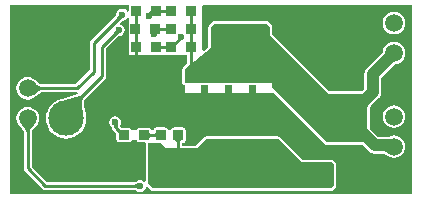
<source format=gbl>
G04*
G04 #@! TF.GenerationSoftware,Altium Limited,Altium Designer,20.0.7 (75)*
G04*
G04 Layer_Physical_Order=2*
G04 Layer_Color=16711680*
%FSLAX44Y44*%
%MOMM*%
G71*
G01*
G75*
%ADD11C,0.1500*%
%ADD12C,0.2540*%
G04:AMPARAMS|DCode=19|XSize=0.95mm|YSize=1.4mm|CornerRadius=0.0712mm|HoleSize=0mm|Usage=FLASHONLY|Rotation=90.000|XOffset=0mm|YOffset=0mm|HoleType=Round|Shape=RoundedRectangle|*
%AMROUNDEDRECTD19*
21,1,0.9500,1.2575,0,0,90.0*
21,1,0.8075,1.4000,0,0,90.0*
1,1,0.1425,0.6288,0.4037*
1,1,0.1425,0.6288,-0.4037*
1,1,0.1425,-0.6288,-0.4037*
1,1,0.1425,-0.6288,0.4037*
%
%ADD19ROUNDEDRECTD19*%
G04:AMPARAMS|DCode=22|XSize=0.8mm|YSize=0.9mm|CornerRadius=0.06mm|HoleSize=0mm|Usage=FLASHONLY|Rotation=180.000|XOffset=0mm|YOffset=0mm|HoleType=Round|Shape=RoundedRectangle|*
%AMROUNDEDRECTD22*
21,1,0.8000,0.7800,0,0,180.0*
21,1,0.6800,0.9000,0,0,180.0*
1,1,0.1200,-0.3400,0.3900*
1,1,0.1200,0.3400,0.3900*
1,1,0.1200,0.3400,-0.3900*
1,1,0.1200,-0.3400,-0.3900*
%
%ADD22ROUNDEDRECTD22*%
G04:AMPARAMS|DCode=23|XSize=0.9mm|YSize=0.8mm|CornerRadius=0.06mm|HoleSize=0mm|Usage=FLASHONLY|Rotation=0.000|XOffset=0mm|YOffset=0mm|HoleType=Round|Shape=RoundedRectangle|*
%AMROUNDEDRECTD23*
21,1,0.9000,0.6800,0,0,0.0*
21,1,0.7800,0.8000,0,0,0.0*
1,1,0.1200,0.3900,-0.3400*
1,1,0.1200,-0.3900,-0.3400*
1,1,0.1200,-0.3900,0.3400*
1,1,0.1200,0.3900,0.3400*
%
%ADD23ROUNDEDRECTD23*%
%ADD37C,1.0000*%
%ADD39C,3.0000*%
%ADD40R,3.0000X3.0000*%
%ADD41C,1.5000*%
%ADD42R,1.5000X1.5000*%
%ADD43C,0.6000*%
%ADD44C,0.2500*%
G36*
X339000Y0D02*
X-1000D01*
Y160000D01*
X99506D01*
X99711Y159750D01*
Y154739D01*
X98441Y154354D01*
X97605Y155605D01*
X95951Y156710D01*
X94000Y157098D01*
X92049Y156710D01*
X90395Y155605D01*
X89290Y153951D01*
X88902Y152000D01*
X88938Y151820D01*
X88923Y151776D01*
X88894Y151707D01*
X88849Y151623D01*
X88786Y151524D01*
X88721Y151436D01*
X67642Y130358D01*
X66920Y129276D01*
X66666Y128000D01*
Y105257D01*
X54343Y92934D01*
X25636D01*
X25326Y93000D01*
X24945Y93128D01*
X24501Y93329D01*
X23999Y93609D01*
X23446Y93973D01*
X22866Y94407D01*
X21511Y95590D01*
X20968Y96124D01*
X20775Y96375D01*
X18791Y97898D01*
X16480Y98855D01*
X14000Y99182D01*
X11520Y98855D01*
X9209Y97898D01*
X7225Y96375D01*
X5702Y94391D01*
X4744Y92080D01*
X4418Y89600D01*
X4744Y87120D01*
X5702Y84809D01*
X7225Y82824D01*
X9209Y81302D01*
X11520Y80344D01*
X14000Y80018D01*
X16480Y80344D01*
X18791Y81302D01*
X20775Y82824D01*
X20968Y83076D01*
X21511Y83610D01*
X22866Y84793D01*
X23446Y85227D01*
X23999Y85591D01*
X24501Y85871D01*
X24945Y86072D01*
X25326Y86200D01*
X25636Y86266D01*
X55724D01*
X56675Y85160D01*
X56627Y85020D01*
X45155Y81433D01*
X43312Y80968D01*
X43167Y80954D01*
X42737Y80823D01*
X42400Y80738D01*
X42394Y80736D01*
X42388Y80736D01*
X42288Y80687D01*
X39963Y79982D01*
X37010Y78403D01*
X34421Y76279D01*
X32297Y73690D01*
X30718Y70737D01*
X29746Y67533D01*
X29418Y64200D01*
X29746Y60867D01*
X30718Y57663D01*
X32297Y54710D01*
X34421Y52121D01*
X37010Y49997D01*
X39963Y48418D01*
X43167Y47446D01*
X46500Y47118D01*
X49833Y47446D01*
X53037Y48418D01*
X55990Y49997D01*
X58579Y52121D01*
X60703Y54710D01*
X62282Y57663D01*
X63254Y60867D01*
X63582Y64200D01*
X63254Y67533D01*
X62971Y68466D01*
X62965Y68583D01*
X62445Y70686D01*
X62064Y72584D01*
X61812Y74311D01*
X61686Y75863D01*
X61679Y77233D01*
X61785Y78416D01*
X61989Y79406D01*
X62273Y80209D01*
X62619Y80838D01*
X62923Y81208D01*
X79358Y97642D01*
X80080Y98724D01*
X80334Y100000D01*
Y123619D01*
X90436Y133721D01*
X90524Y133786D01*
X90624Y133849D01*
X90707Y133894D01*
X90776Y133924D01*
X90820Y133938D01*
X91000Y133902D01*
X92951Y134290D01*
X94605Y135395D01*
X95710Y137049D01*
X96098Y139000D01*
X95710Y140951D01*
X94605Y142605D01*
X92951Y143710D01*
X92342Y143831D01*
X91924Y145209D01*
X93436Y146721D01*
X93524Y146786D01*
X93624Y146849D01*
X93707Y146894D01*
X93776Y146924D01*
X93820Y146938D01*
X94000Y146902D01*
X95951Y147290D01*
X97605Y148395D01*
X98441Y149646D01*
X99711Y149261D01*
Y119750D01*
X99866Y118970D01*
X100308Y118308D01*
X100970Y117866D01*
X101750Y117711D01*
X149186D01*
Y110345D01*
X145768Y107587D01*
X145697Y107503D01*
X145606Y107442D01*
X145444Y107200D01*
X145258Y106976D01*
X145225Y106872D01*
X145164Y106780D01*
X145107Y106495D01*
X145021Y106217D01*
X145030Y106108D01*
X145009Y106000D01*
Y103600D01*
X144947Y103287D01*
Y95212D01*
X145009Y94900D01*
Y94500D01*
X145164Y93720D01*
X145606Y93058D01*
X146268Y92616D01*
X147000Y92470D01*
Y85500D01*
X161000D01*
Y92461D01*
X167000Y92461D01*
Y85500D01*
X181000D01*
Y92461D01*
X187000D01*
Y85500D01*
X201000D01*
Y92461D01*
X207000D01*
Y85500D01*
X221000D01*
Y85500D01*
X222143Y85973D01*
X265558Y42558D01*
X266220Y42116D01*
X267000Y41961D01*
X297054Y41961D01*
X302651Y36364D01*
X304113Y35242D01*
X305816Y34537D01*
X307643Y34296D01*
X314787D01*
X316450Y34204D01*
X316774Y34165D01*
X316815Y34158D01*
X317225Y33624D01*
X319209Y32102D01*
X321520Y31144D01*
X324000Y30818D01*
X326480Y31144D01*
X328791Y32102D01*
X330775Y33624D01*
X332298Y35609D01*
X333255Y37920D01*
X333582Y40400D01*
X333255Y42880D01*
X332298Y45191D01*
X330775Y47175D01*
X328791Y48698D01*
X326480Y49655D01*
X324000Y49982D01*
X321520Y49655D01*
X319209Y48698D01*
X318843Y48417D01*
X310568D01*
X305244Y53741D01*
X304759Y54264D01*
X304014Y55209D01*
X303539Y55922D01*
X303539Y73389D01*
X303769Y73738D01*
X304509Y74683D01*
X305006Y75221D01*
X310992Y81208D01*
X312115Y82670D01*
X312820Y84373D01*
X313060Y86200D01*
Y98676D01*
X323013Y108628D01*
X324237Y109797D01*
X324586Y110096D01*
X326480Y110345D01*
X328791Y111303D01*
X330776Y112825D01*
X332299Y114810D01*
X333256Y117121D01*
X333582Y119601D01*
X333256Y122081D01*
X332299Y124392D01*
X330776Y126376D01*
X328791Y127899D01*
X326480Y128856D01*
X324000Y129183D01*
X321520Y128856D01*
X319209Y127899D01*
X317225Y126376D01*
X315702Y124392D01*
X314745Y122081D01*
X314520Y120373D01*
X312119Y117704D01*
X301008Y106593D01*
X299886Y105131D01*
X299180Y103428D01*
X298940Y101600D01*
Y89124D01*
X296854Y87039D01*
X269345Y87039D01*
X221039Y135345D01*
X221039Y142000D01*
X220884Y142780D01*
X220442Y143442D01*
X220442Y143442D01*
X217942Y145942D01*
X217280Y146384D01*
X216500Y146539D01*
X171500Y146539D01*
X171500Y146539D01*
X170720Y146384D01*
X170058Y145942D01*
X167558Y143442D01*
X167116Y142780D01*
X166961Y142000D01*
X166961Y124688D01*
X162935Y121439D01*
X161789Y121987D01*
Y159750D01*
X161994Y160000D01*
X339000D01*
Y0D01*
D02*
G37*
G36*
X93970Y149000D02*
X93738Y148991D01*
X93507Y148960D01*
X93278Y148907D01*
X93049Y148831D01*
X92822Y148733D01*
X92596Y148612D01*
X92371Y148470D01*
X92148Y148305D01*
X91925Y148117D01*
X91703Y147907D01*
X89907Y149703D01*
X90117Y149925D01*
X90304Y150147D01*
X90470Y150371D01*
X90612Y150596D01*
X90733Y150822D01*
X90831Y151049D01*
X90907Y151278D01*
X90960Y151507D01*
X90991Y151738D01*
X91000Y151970D01*
X93970Y149000D01*
D02*
G37*
G36*
X90970Y136000D02*
X90738Y135991D01*
X90507Y135960D01*
X90278Y135907D01*
X90049Y135831D01*
X89822Y135733D01*
X89596Y135612D01*
X89371Y135470D01*
X89148Y135304D01*
X88925Y135117D01*
X88703Y134907D01*
X86907Y136703D01*
X87117Y136925D01*
X87304Y137148D01*
X87470Y137371D01*
X87612Y137596D01*
X87733Y137822D01*
X87831Y138049D01*
X87907Y138278D01*
X87960Y138507D01*
X87991Y138738D01*
X88000Y138970D01*
X90970Y136000D01*
D02*
G37*
G36*
X323925Y112101D02*
X323827Y112070D01*
X323672Y111975D01*
X323461Y111817D01*
X322869Y111310D01*
X321008Y109534D01*
X320401Y108930D01*
X313330Y116002D01*
X316501Y119526D01*
X323925Y112101D01*
D02*
G37*
G36*
X20124Y94094D02*
X21583Y92820D01*
X22274Y92303D01*
X22941Y91865D01*
X23582Y91507D01*
X24197Y91228D01*
X24787Y91029D01*
X25352Y90910D01*
X25892Y90870D01*
Y88330D01*
X25352Y88290D01*
X24787Y88171D01*
X24197Y87972D01*
X23582Y87693D01*
X22941Y87335D01*
X22274Y86897D01*
X21583Y86380D01*
X20124Y85106D01*
X19356Y84350D01*
Y94850D01*
X20124Y94094D01*
D02*
G37*
G36*
X61573Y82777D02*
X60924Y81987D01*
X60406Y81046D01*
X60019Y79955D01*
X59764Y78713D01*
X59640Y77319D01*
X59647Y75776D01*
X59785Y74081D01*
X60054Y72236D01*
X60455Y70240D01*
X60986Y68093D01*
X42898Y78761D01*
X45709Y79469D01*
X58108Y83347D01*
X58840Y83747D01*
X59311Y84108D01*
X61573Y82777D01*
D02*
G37*
G36*
X216500Y144500D02*
X219000Y142000D01*
X219000Y134500D01*
X268500Y85000D01*
X298000Y85000D01*
X301500Y81500D01*
Y79428D01*
X303899Y77028D01*
X302955Y76006D01*
X302111Y74929D01*
X301500Y73998D01*
X301500Y55338D01*
X301610Y55139D01*
X302362Y54011D01*
X303208Y52938D01*
X304149Y51922D01*
X301500Y49052D01*
Y46500D01*
X299000Y44000D01*
X267000Y44000D01*
X221000Y90000D01*
Y94500D01*
X207000D01*
Y94500D01*
X201000D01*
Y94500D01*
X187000D01*
Y94500D01*
X181000D01*
Y94500D01*
X167000D01*
Y94500D01*
X161000Y94500D01*
Y94500D01*
X147048D01*
Y106000D01*
X169000Y123713D01*
X169000Y142000D01*
X171500Y144500D01*
X216500Y144500D01*
D02*
G37*
G36*
X319357Y46290D02*
X318018Y35876D01*
X317904Y35967D01*
X317708Y36049D01*
X317430Y36121D01*
X317070Y36184D01*
X316628Y36237D01*
X314807Y36337D01*
X313183Y36357D01*
X314943Y46357D01*
X319357Y46290D01*
D02*
G37*
%LPC*%
G36*
X324000Y154582D02*
X321520Y154255D01*
X319209Y153298D01*
X317225Y151775D01*
X315702Y149791D01*
X314744Y147480D01*
X314418Y145000D01*
X314744Y142520D01*
X315702Y140209D01*
X317225Y138224D01*
X319209Y136702D01*
X321520Y135744D01*
X324000Y135418D01*
X326480Y135744D01*
X328791Y136702D01*
X330775Y138224D01*
X332298Y140209D01*
X333255Y142520D01*
X333582Y145000D01*
X333255Y147480D01*
X332298Y149791D01*
X330775Y151775D01*
X328791Y153298D01*
X326480Y154255D01*
X324000Y154582D01*
D02*
G37*
G36*
X324000Y75381D02*
X321520Y75055D01*
X319209Y74097D01*
X317224Y72575D01*
X315701Y70590D01*
X314744Y68279D01*
X314418Y65799D01*
X314744Y63319D01*
X315701Y61008D01*
X317224Y59024D01*
X319209Y57501D01*
X321520Y56544D01*
X324000Y56217D01*
X326480Y56544D01*
X328791Y57501D01*
X330775Y59024D01*
X332298Y61008D01*
X333255Y63319D01*
X333582Y65799D01*
X333255Y68279D01*
X332298Y70590D01*
X330775Y72575D01*
X328791Y74097D01*
X326480Y75055D01*
X324000Y75381D01*
D02*
G37*
G36*
X14000Y73783D02*
X11520Y73456D01*
X9209Y72499D01*
X7225Y70976D01*
X5702Y68992D01*
X4745Y66681D01*
X4418Y64201D01*
X4745Y61721D01*
X5702Y59410D01*
X7225Y57425D01*
X7476Y57233D01*
X8011Y56690D01*
X9193Y55335D01*
X9628Y54755D01*
X9991Y54201D01*
X10271Y53700D01*
X10472Y53256D01*
X10601Y52875D01*
X10666Y52565D01*
Y22000D01*
X10920Y20724D01*
X11643Y19642D01*
X26642Y4642D01*
X27724Y3920D01*
X29000Y3666D01*
X104869D01*
X104977Y3650D01*
X105091Y3624D01*
X105182Y3596D01*
X105252Y3569D01*
X105293Y3548D01*
X105395Y3395D01*
X107049Y2290D01*
X109000Y1902D01*
X110951Y2290D01*
X112605Y3395D01*
X113710Y5049D01*
X113969Y6351D01*
X115338Y6778D01*
X118558Y3558D01*
X118558Y3558D01*
X119220Y3116D01*
X119220Y3116D01*
X119647Y3031D01*
X120000Y2961D01*
X215000Y2961D01*
X215000Y2961D01*
X271000Y2961D01*
X271000Y2961D01*
X271780Y3116D01*
X272442Y3558D01*
X272442Y3558D01*
X274442Y5558D01*
X274884Y6220D01*
X275039Y7000D01*
X275039Y26000D01*
X275039Y26000D01*
X274884Y26780D01*
X274442Y27442D01*
X274442Y27442D01*
X273442Y28442D01*
X272780Y28884D01*
X272000Y29039D01*
X246845D01*
X227442Y48442D01*
X226780Y48884D01*
X226000Y49039D01*
X165000D01*
X164220Y48884D01*
X163558Y48442D01*
X156155Y41039D01*
X144834D01*
Y43449D01*
X144900D01*
X145914Y43651D01*
X146775Y44226D01*
X147349Y45086D01*
X147551Y46100D01*
Y53900D01*
X147349Y54914D01*
X146775Y55774D01*
X145914Y56349D01*
X144900Y56551D01*
X138100D01*
X137086Y56349D01*
X136226Y55774D01*
X135651Y54914D01*
X135568Y54500D01*
X132432D01*
X132349Y54914D01*
X131775Y55774D01*
X130914Y56349D01*
X129900Y56551D01*
X123100D01*
X122086Y56349D01*
X121226Y55774D01*
X120651Y54914D01*
X120449Y53900D01*
Y53334D01*
X119051D01*
Y53400D01*
X118849Y54415D01*
X118274Y55275D01*
X117415Y55849D01*
X116400Y56051D01*
X108600D01*
X107585Y55849D01*
X106726Y55275D01*
X106151Y54415D01*
X106068Y54000D01*
X101932D01*
X101849Y54415D01*
X101274Y55275D01*
X100414Y55849D01*
X99400Y56051D01*
X93799D01*
X93693Y56125D01*
X93007Y56708D01*
X92026Y57689D01*
X92034Y57750D01*
X92056Y57864D01*
X92083Y57972D01*
X92109Y58052D01*
X92129Y58102D01*
X92141Y58124D01*
X92193Y58207D01*
X92252Y58364D01*
X92710Y59049D01*
X93098Y61000D01*
X92710Y62951D01*
X91605Y64605D01*
X89951Y65710D01*
X88000Y66098D01*
X86049Y65710D01*
X84395Y64605D01*
X83290Y62951D01*
X82902Y61000D01*
X83290Y59049D01*
X84395Y57395D01*
X85268Y56812D01*
X85312Y56768D01*
X85317Y56748D01*
X85328Y56685D01*
Y56338D01*
X85400Y55977D01*
X85402Y55894D01*
X85428Y55834D01*
X85582Y55062D01*
X86305Y53980D01*
X88188Y52097D01*
X88584Y51671D01*
X88859Y51330D01*
X88949Y51201D01*
Y46600D01*
X89151Y45585D01*
X89726Y44725D01*
X90585Y44151D01*
X91600Y43949D01*
X99400D01*
X100414Y44151D01*
X101274Y44725D01*
X101849Y45585D01*
X101932Y46000D01*
X106068D01*
X106151Y45585D01*
X106726Y44725D01*
X107585Y44151D01*
X108600Y43949D01*
X112855D01*
X113961Y43000D01*
X113961Y10861D01*
X112691Y10476D01*
X112605Y10605D01*
X110951Y11710D01*
X109000Y12098D01*
X107049Y11710D01*
X105395Y10605D01*
X105293Y10452D01*
X105252Y10431D01*
X105182Y10404D01*
X105091Y10376D01*
X104977Y10350D01*
X104869Y10334D01*
X30381D01*
X17334Y23381D01*
Y52565D01*
X17400Y52875D01*
X17528Y53256D01*
X17729Y53700D01*
X18010Y54201D01*
X18373Y54755D01*
X18807Y55335D01*
X19990Y56690D01*
X20525Y57233D01*
X20776Y57425D01*
X22299Y59410D01*
X23256Y61721D01*
X23582Y64201D01*
X23256Y66681D01*
X22299Y68992D01*
X20776Y70976D01*
X18791Y72499D01*
X16480Y73456D01*
X14000Y73783D01*
D02*
G37*
%LPD*%
G36*
X90363Y59127D02*
X90272Y58948D01*
X90193Y58752D01*
X90124Y58540D01*
X90065Y58310D01*
X90017Y58063D01*
X89953Y57518D01*
X89937Y57220D01*
X89932Y56905D01*
X87392Y56338D01*
X87383Y56638D01*
X87357Y56918D01*
X87313Y57176D01*
X87251Y57413D01*
X87172Y57629D01*
X87076Y57825D01*
X86961Y57999D01*
X86830Y58152D01*
X86680Y58284D01*
X86513Y58394D01*
X90464Y59288D01*
X90363Y59127D01*
D02*
G37*
G36*
X18494Y58077D02*
X17220Y56618D01*
X16703Y55926D01*
X16265Y55260D01*
X15907Y54619D01*
X15628Y54004D01*
X15430Y53414D01*
X15310Y52849D01*
X15270Y52309D01*
X12730D01*
X12691Y52849D01*
X12571Y53414D01*
X12372Y54004D01*
X12093Y54619D01*
X11735Y55260D01*
X11298Y55926D01*
X10780Y56618D01*
X9507Y58077D01*
X8750Y58845D01*
X19250D01*
X18494Y58077D01*
D02*
G37*
G36*
X91507Y55307D02*
X92445Y54510D01*
X92859Y54220D01*
X93236Y54001D01*
X93577Y53854D01*
X93882Y53780D01*
X94150Y53776D01*
X94381Y53845D01*
X94576Y53986D01*
X91014Y50424D01*
X91155Y50619D01*
X91223Y50851D01*
X91220Y51118D01*
X91146Y51423D01*
X90999Y51764D01*
X90780Y52141D01*
X90490Y52555D01*
X90128Y53006D01*
X89187Y54016D01*
X90984Y55813D01*
X91507Y55307D01*
D02*
G37*
G36*
X122514Y47460D02*
X122488Y47701D01*
X122411Y47917D01*
X122283Y48108D01*
X122103Y48273D01*
X121871Y48412D01*
X121589Y48527D01*
X121255Y48616D01*
X120869Y48679D01*
X120432Y48717D01*
X119944Y48730D01*
Y51270D01*
X120432Y51283D01*
X120869Y51321D01*
X121255Y51384D01*
X121589Y51473D01*
X121871Y51588D01*
X122103Y51727D01*
X122283Y51892D01*
X122411Y52083D01*
X122488Y52299D01*
X122514Y52540D01*
Y47460D01*
D02*
G37*
G36*
X117012Y52299D02*
X117089Y52083D01*
X117217Y51892D01*
X117397Y51727D01*
X117629Y51588D01*
X117911Y51473D01*
X118245Y51384D01*
X118631Y51321D01*
X119068Y51283D01*
X119556Y51270D01*
Y48730D01*
X119068Y48717D01*
X118631Y48679D01*
X118245Y48616D01*
X117911Y48527D01*
X117629Y48412D01*
X117397Y48273D01*
X117217Y48108D01*
X117089Y47917D01*
X117012Y47701D01*
X116986Y47460D01*
Y52540D01*
X117012Y52299D01*
D02*
G37*
G36*
X143799Y45488D02*
X143583Y45411D01*
X143392Y45283D01*
X143227Y45103D01*
X143088Y44871D01*
X142973Y44589D01*
X142884Y44254D01*
X142821Y43869D01*
X142783Y43432D01*
X142770Y42944D01*
X140230D01*
X140217Y43432D01*
X140179Y43869D01*
X140116Y44254D01*
X140027Y44589D01*
X139913Y44871D01*
X139773Y45103D01*
X139608Y45283D01*
X139417Y45411D01*
X139201Y45488D01*
X138960Y45514D01*
X144040D01*
X143799Y45488D01*
D02*
G37*
G36*
X246000Y27000D02*
X272000D01*
X273000Y26000D01*
X273000Y7000D01*
X271000Y5000D01*
X215000Y5000D01*
Y5000D01*
X120000Y5000D01*
X116000Y9000D01*
X116000Y43000D01*
X127000Y43000D01*
X131000Y39000D01*
X157000D01*
X165000Y47000D01*
X226000D01*
X246000Y27000D01*
D02*
G37*
G36*
X106858Y4900D02*
X106687Y5058D01*
X106502Y5199D01*
X106302Y5323D01*
X106087Y5431D01*
X105857Y5523D01*
X105612Y5597D01*
X105352Y5655D01*
X105077Y5697D01*
X104787Y5722D01*
X104482Y5730D01*
Y8270D01*
X104787Y8278D01*
X105077Y8303D01*
X105352Y8345D01*
X105612Y8403D01*
X105857Y8478D01*
X106087Y8569D01*
X106302Y8677D01*
X106502Y8801D01*
X106687Y8942D01*
X106858Y9100D01*
Y4900D01*
D02*
G37*
D11*
X138390Y32346D02*
X141500Y35456D01*
X138390Y31141D02*
Y32346D01*
X126500Y50000D02*
Y50500D01*
D12*
X117000Y153000D02*
X119000Y155000D01*
X105500Y116250D02*
X141000Y80750D01*
X154000D01*
X105500Y116250D02*
Y125000D01*
X105250Y125250D02*
X105500Y125000D01*
X105250Y125250D02*
Y138250D01*
X105000Y138500D02*
X105250Y138250D01*
Y154750D02*
X105500Y155000D01*
X105250Y138750D02*
Y154750D01*
X105000Y138500D02*
X105250Y138750D01*
X122500Y125000D02*
X135500D01*
X29000Y7000D02*
X109000D01*
X14000Y22000D02*
Y64201D01*
Y22000D02*
X29000Y7000D01*
X70000Y103876D02*
Y128000D01*
X94000Y152000D01*
X14000Y89600D02*
X55724D01*
X70000Y103876D01*
X46500Y64200D02*
Y69500D01*
X77000Y100000D01*
Y125000D02*
X91000Y139000D01*
X77000Y100000D02*
Y125000D01*
X141500Y35456D02*
Y50000D01*
X112500D02*
X126500D01*
X95000D02*
X95500D01*
X88662Y56338D02*
X95000Y50000D01*
X88662Y56338D02*
Y60338D01*
X88000Y61000D02*
X88662Y60338D01*
X144000Y133000D02*
Y133000D01*
X136000Y125000D02*
X144000Y133000D01*
X135500Y125000D02*
X136000D01*
X122500Y140000D02*
X135500D01*
X119000Y155000D02*
X122500D01*
X135500D01*
D19*
X214000Y80750D02*
D03*
Y99250D02*
D03*
X194000Y80750D02*
D03*
Y99250D02*
D03*
X174000Y80750D02*
D03*
Y99250D02*
D03*
X154000Y80750D02*
D03*
Y99250D02*
D03*
D22*
X141500Y50000D02*
D03*
X126500D02*
D03*
D23*
X135500Y125000D02*
D03*
X152500D02*
D03*
X105500D02*
D03*
X122500D02*
D03*
X95500Y50000D02*
D03*
X112500D02*
D03*
X135500Y140000D02*
D03*
X152500D02*
D03*
X135500Y155000D02*
D03*
X152500D02*
D03*
X105000Y140000D02*
D03*
X122000D02*
D03*
X105500Y155000D02*
D03*
X122500D02*
D03*
D37*
X306000Y86200D02*
Y101600D01*
X324000Y119601D01*
X284000Y64200D02*
X306000Y86200D01*
X307643Y41357D02*
X323043D01*
X284800Y64200D02*
X307643Y41357D01*
D39*
X284000Y64200D02*
D03*
X46500D02*
D03*
D40*
X284000Y115000D02*
D03*
X46500D02*
D03*
D41*
X324000Y40400D02*
D03*
X324000Y65799D02*
D03*
X324000Y119601D02*
D03*
X324000Y145000D02*
D03*
X14000Y89600D02*
D03*
X14000Y64201D02*
D03*
D42*
X324000Y15000D02*
D03*
X324000Y94201D02*
D03*
X14000Y115000D02*
D03*
D43*
X309890Y124140D02*
D03*
X299890Y144140D02*
D03*
X279890D02*
D03*
Y24140D02*
D03*
X259890Y144140D02*
D03*
X249890Y124140D02*
D03*
X259890Y104140D02*
D03*
X249890Y44140D02*
D03*
X239890Y144140D02*
D03*
X219890Y64140D02*
D03*
X199890D02*
D03*
X179890D02*
D03*
X159889D02*
D03*
X139889D02*
D03*
X89889Y84140D02*
D03*
X59889Y144140D02*
D03*
X39890D02*
D03*
X19890D02*
D03*
X9890Y4140D02*
D03*
X109000Y7000D02*
D03*
X116500Y150730D02*
D03*
X94000Y152000D02*
D03*
X91000Y139000D02*
D03*
X88000Y61000D02*
D03*
X239890Y24141D02*
D03*
Y10141D02*
D03*
X236390Y31141D02*
D03*
X232890Y24141D02*
D03*
X236390Y17141D02*
D03*
X232890Y10141D02*
D03*
X225890Y38141D02*
D03*
X229390Y31141D02*
D03*
X225890Y24141D02*
D03*
X229390Y17141D02*
D03*
X225890Y10141D02*
D03*
X218890Y38141D02*
D03*
X222390Y31141D02*
D03*
X218890Y24141D02*
D03*
X222390Y17141D02*
D03*
X218890Y10141D02*
D03*
X162890Y38141D02*
D03*
X166390Y31141D02*
D03*
X162890Y24141D02*
D03*
X166390Y17141D02*
D03*
X162890Y10141D02*
D03*
X159390Y31141D02*
D03*
X155890Y24141D02*
D03*
X159390Y17141D02*
D03*
X155890Y10141D02*
D03*
X152390Y31141D02*
D03*
X148890Y24141D02*
D03*
X152390Y17141D02*
D03*
X148890Y10141D02*
D03*
X145390Y31141D02*
D03*
X141890Y24141D02*
D03*
X145390Y17141D02*
D03*
X141890Y10141D02*
D03*
X138390Y31141D02*
D03*
X134890Y24141D02*
D03*
X138390Y17141D02*
D03*
X134890Y10141D02*
D03*
X131390Y31141D02*
D03*
X127890Y24141D02*
D03*
X131390Y17141D02*
D03*
X127890Y10141D02*
D03*
X120890Y38141D02*
D03*
X124390Y31141D02*
D03*
X120890Y24141D02*
D03*
X124390Y17141D02*
D03*
X120890Y10141D02*
D03*
X267890Y80141D02*
D03*
Y52141D02*
D03*
X260891Y80141D02*
D03*
X264391Y73141D02*
D03*
X260891Y66141D02*
D03*
X264391Y59141D02*
D03*
X253890Y94141D02*
D03*
X257390Y87141D02*
D03*
X253890Y80141D02*
D03*
X257390Y73141D02*
D03*
X253890Y66141D02*
D03*
X257390Y59141D02*
D03*
X246890Y94141D02*
D03*
X250390Y87141D02*
D03*
X246890Y80141D02*
D03*
X250390Y73141D02*
D03*
X239890Y108141D02*
D03*
X243390Y101141D02*
D03*
X239890Y94141D02*
D03*
X243390Y87141D02*
D03*
X239890Y80141D02*
D03*
X243390Y73141D02*
D03*
X232890Y108141D02*
D03*
X236390Y101141D02*
D03*
X232890Y94141D02*
D03*
X236390Y87141D02*
D03*
X225890Y122141D02*
D03*
X229390Y115141D02*
D03*
X225890Y108141D02*
D03*
X229390Y101141D02*
D03*
X225890Y94141D02*
D03*
X229390Y87141D02*
D03*
X218890Y122141D02*
D03*
X222390Y115141D02*
D03*
X144000Y133000D02*
D03*
X121250Y135500D02*
D03*
D44*
X152500Y100750D02*
Y125000D01*
Y100750D02*
X154000Y99250D01*
X152500Y125000D02*
Y140000D01*
Y155000D01*
M02*

</source>
